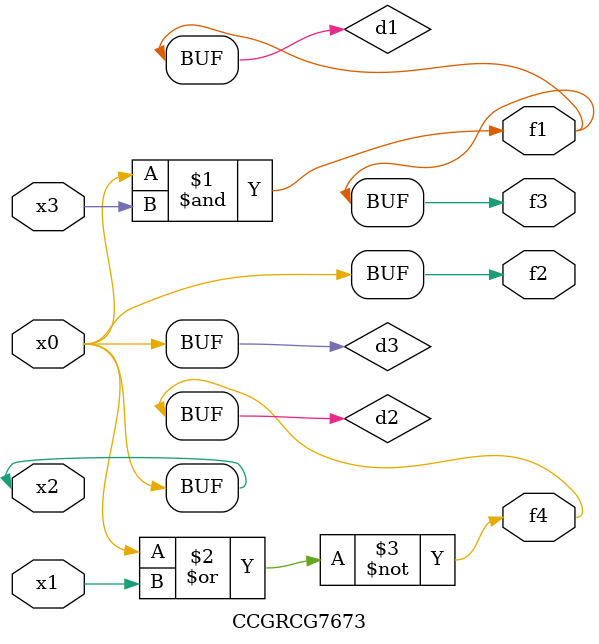
<source format=v>
module CCGRCG7673(
	input x0, x1, x2, x3,
	output f1, f2, f3, f4
);

	wire d1, d2, d3;

	and (d1, x2, x3);
	nor (d2, x0, x1);
	buf (d3, x0, x2);
	assign f1 = d1;
	assign f2 = d3;
	assign f3 = d1;
	assign f4 = d2;
endmodule

</source>
